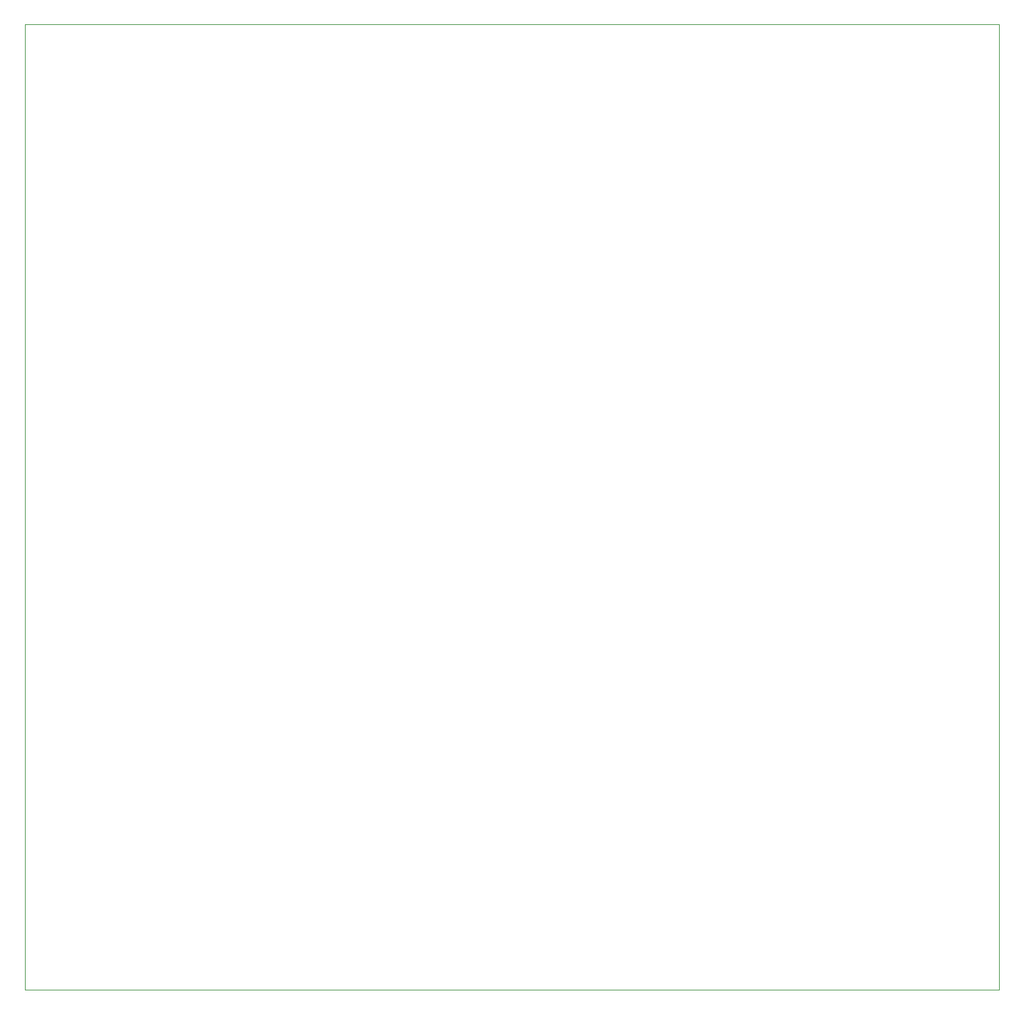
<source format=gbr>
%TF.GenerationSoftware,KiCad,Pcbnew,(6.0.8)*%
%TF.CreationDate,2022-10-21T20:54:02+03:00*%
%TF.ProjectId,commboard,636f6d6d-626f-4617-9264-2e6b69636164,rev?*%
%TF.SameCoordinates,Original*%
%TF.FileFunction,Profile,NP*%
%FSLAX46Y46*%
G04 Gerber Fmt 4.6, Leading zero omitted, Abs format (unit mm)*
G04 Created by KiCad (PCBNEW (6.0.8)) date 2022-10-21 20:54:02*
%MOMM*%
%LPD*%
G01*
G04 APERTURE LIST*
%TA.AperFunction,Profile*%
%ADD10C,0.100000*%
%TD*%
G04 APERTURE END LIST*
D10*
X162300000Y-40000000D02*
X40000000Y-40000000D01*
X40000000Y-40000000D02*
X40000000Y-161200000D01*
X40000000Y-161200000D02*
X162300000Y-161200000D01*
X162300000Y-161200000D02*
X162300000Y-40000000D01*
M02*

</source>
